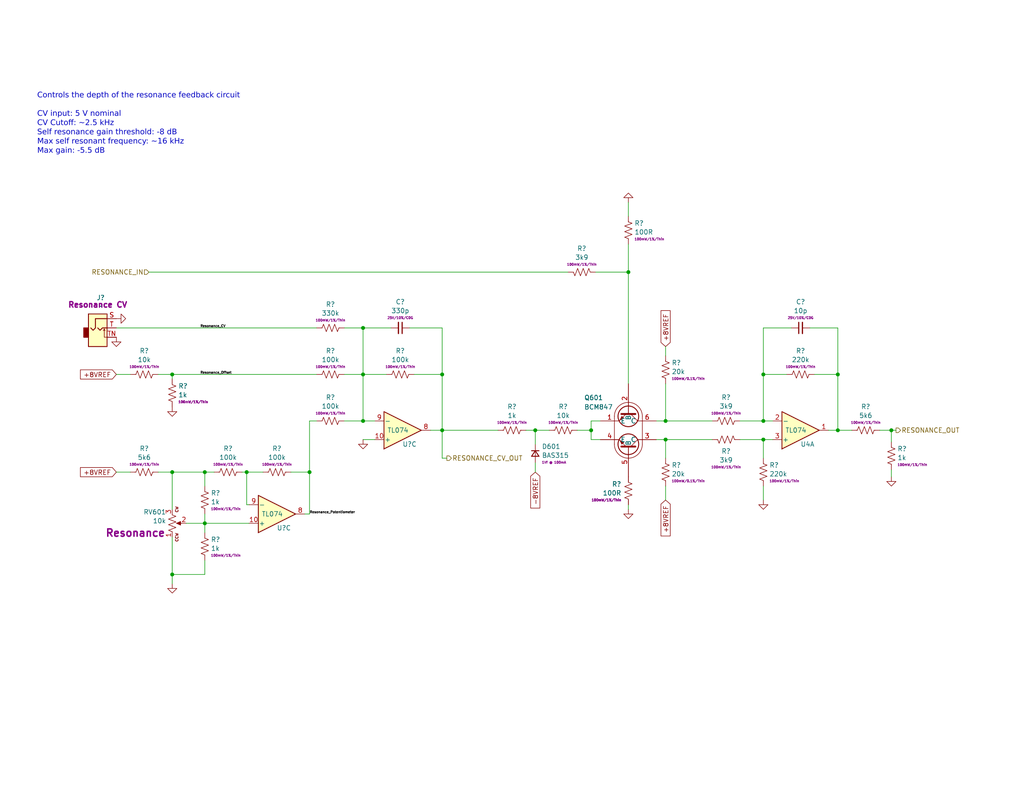
<source format=kicad_sch>
(kicad_sch (version 20250114) (generator "eeschema") (generator_version "9.0")
  (paper "USLetter")
  (title_block (title "Neptune") (date "2023-11-09") (rev "v3") (company "Winterbloom") (comment 1 "Carson Walls") (comment 2 "CERN-OHL-P v2") (comment 3 "neptune.wntr.dev"))
  (lib_symbols
    (symbol "Device:C_Small" (pin_numbers (hide yes)) (pin_names (offset 0.254) (hide yes))
      (property "Reference" "C" (at 0.254 1.778 0))
      (property "Value" "C_Small" (at 0.254 -2.032 0))
      (symbol "C_Small_0_1"
        (polyline (pts (xy -1.524 0.508) (xy 1.524 0.508)) (stroke (width 0.3048)))
        (polyline (pts (xy -1.524 -0.508) (xy 1.524 -0.508)) (stroke (width 0.3302)))
      )
      (symbol "C_Small_1_1"
        (pin passive line (at 0 2.54 270) (length 2.032) (name "~") (number "1"))
        (pin passive line (at 0 -2.54 90) (length 2.032) (name "~") (number "2"))
      )
    )
    (symbol "Device:D_Small" (pin_numbers (hide yes)) (pin_names (offset 0.254) (hide yes))
      (property "Reference" "D" (at -1.27 2.032 0))
      (property "Value" "D_Small" (at -3.81 -2.032 0))
      (symbol "D_Small_0_1"
        (polyline (pts (xy -0.762 0) (xy 0.762 0)))
        (polyline (pts (xy -0.762 -1.016) (xy -0.762 1.016)) (stroke (width 0.254)))
        (polyline (pts (xy 0.762 -1.016) (xy -0.762 0) (xy 0.762 1.016) (xy 0.762 -1.016)) (stroke (width 0.254)))
      )
      (symbol "D_Small_1_1"
        (pin passive line (at -2.54 0 0) (length 1.778) (name "K") (number "1"))
        (pin passive line (at 2.54 0 180) (length 1.778) (name "A") (number "2"))
      )
    )
    (symbol "Device:R_US" (pin_numbers (hide yes)) (pin_names (offset 0))
      (property "Reference" "R" (at 2.54 0 90))
      (property "Value" "R_US" (at -2.54 0 90))
      (symbol "R_US_0_1"
        (polyline (pts (xy 0 2.286) (xy 0 2.54)))
        (polyline (pts (xy 0 2.286) (xy 1.016 1.905) (xy 0 1.524) (xy -1.016 1.143) (xy 0 0.762)))
        (polyline (pts (xy 0 0.762) (xy 1.016 0.381) (xy 0 0) (xy -1.016 -0.381) (xy 0 -0.762)))
        (polyline (pts (xy 0 -0.762) (xy 1.016 -1.143) (xy 0 -1.524) (xy -1.016 -1.905) (xy 0 -2.286)))
        (polyline (pts (xy 0 -2.286) (xy 0 -2.54)))
      )
      (symbol "R_US_1_1"
        (pin passive line (at 0 3.81 270) (length 1.27) (name "~") (number "1"))
        (pin passive line (at 0 -3.81 90) (length 1.27) (name "~") (number "2"))
      )
    )
    (symbol "power:GND" (power) (pin_names (offset 0))
      (property "Value" "GND" (at 0 -3.81 0))
      (symbol "GND_0_1"
        (polyline (pts (xy 0 0) (xy 0 -1.27) (xy 1.27 -1.27) (xy 0 -2.54) (xy -1.27 -1.27) (xy 0 -1.27)))
      )
      (symbol "GND_1_1"
        (pin power_in line (at 0 0 270) (length 0) (hide yes) (name "GND") (number "1"))
      )
    )
    (symbol "winterbloom:BCM847"
      (property "Reference" "Q?" (at 3.81 7.62 0))
      (property "Value" "BCM847" (at 3.81 5.715 0))
      (symbol "BCM847_0_1"
        (polyline (pts (xy -4.445 1.905) (xy -4.445 -1.905) (xy -4.445 -1.905)) (stroke (width 0.508)))
        (polyline (pts (xy -4.445 0.635) (xy -2.54 2.54)))
        (polyline (pts (xy -4.445 -0.635) (xy -2.54 -2.54) (xy -2.54 -2.54)))
        (circle (center -3.81 0) (radius 2.8194) (stroke (width 0.254)))
        (polyline (pts (xy -3.81 -1.778) (xy -3.302 -1.27) (xy -2.794 -2.286) (xy -3.81 -1.778) (xy -3.81 -1.778)) (fill (type outline)))
        (arc (start -3.81 -3.81) (mid -6.5036 -2.6936) (end -7.62 0))
        (arc (start -7.62 0) (mid -6.5033 2.6933) (end -3.81 3.81))
        (arc (start 3.81 3.81) (mid 6.5035 2.6935) (end 7.62 0))
        (arc (start 7.62 0) (mid 6.5038 -2.6938) (end 3.81 -3.81))
        (polyline (pts (xy 3.81 3.81) (xy -3.81 3.81)))
        (circle (center 3.81 0) (radius 2.8194) (stroke (width 0.254)))
        (polyline (pts (xy 3.81 -1.778) (xy 3.302 -1.27) (xy 2.794 -2.286) (xy 3.81 -1.778) (xy 3.81 -1.778)) (fill (type outline)))
        (polyline (pts (xy 3.81 -3.81) (xy -3.81 -3.81)))
        (polyline (pts (xy 4.445 1.905) (xy 4.445 -1.905) (xy 4.445 -1.905)) (stroke (width 0.508)))
        (polyline (pts (xy 4.445 0.635) (xy 2.54 2.54)))
        (polyline (pts (xy 4.445 -0.635) (xy 2.54 -2.54) (xy 2.54 -2.54)))
      )
      (symbol "BCM847_1_1"
        (pin input line (at -12.7 0 0) (length 8) (name "B") (number "2"))
        (pin passive line (at -2.54 7.62 270) (length 5) (name "C") (number "6"))
        (pin passive line (at -2.54 -7.62 90) (length 5) (name "E") (number "1"))
        (pin passive line (at 2.54 7.62 270) (length 5) (name "C") (number "3"))
        (pin passive line (at 2.54 -7.62 90) (length 5) (name "E") (number "4"))
        (pin input line (at 12.7 0 180) (length 8) (name "B") (number "5"))
      )
    )
    (symbol "winterbloom:Eurorack_Mono_Jack" (pin_names (hide yes))
      (property "Reference" "J" (at 3.302 -4.064 0))
      (property "Value" "Eurorack_Mono_Jack" (at 0 5.08 0))
      (symbol "Eurorack_Mono_Jack_0_1"
        (polyline (pts (xy -2.54 1.27) (xy -1.778 1.27) (xy -1.778 -1.016) (xy -1.524 -0.508)))
        (polyline (pts (xy -2.54 -3.81) (xy 0.635 -3.81) (xy 0.635 -1.27) (xy 1.27 -0.635) (xy 1.905 -1.27)) (stroke (width 0.254)))
        (rectangle (start -2.54 -5.08) (end 2.54 3.81) (stroke (width 0.254)) (fill (type background)))
        (polyline (pts (xy -1.778 -1.016) (xy -2.032 -0.508)))
        (polyline (pts (xy 0 -1.27) (xy -0.635 -0.635) (xy -1.27 -1.27) (xy -2.54 -1.27)) (stroke (width 0.254)))
        (rectangle (start 2.54 -1.27) (end 3.81 1.27) (stroke (width 0.254)) (fill (type outline)))
      )
      (symbol "Eurorack_Mono_Jack_1_1"
        (pin passive line (at -5.08 1.27 0) (length 2.54) (name "Tip_normalize") (number "TN"))
        (pin passive line (at -5.08 -1.27 0) (length 2.54) (name "Tip") (number "T"))
        (pin passive line (at -5.08 -3.81 0) (length 2.54) (name "Sleeve") (number "S"))
      )
    )
    (symbol "winterbloom:Eurorack_Pot" (pin_names (offset 1.016) (hide yes))
      (property "Reference" "RV" (at 0 4.445 0))
      (property "Value" "Eurorack_Pot" (at 0 2.54 0))
      (symbol "Eurorack_Pot_0_0"
        (text "CCW" (at -3.81 -1.27 0) (effects (font (size 0.762 0.762))))
        (text "CW" (at 3.81 -1.27 0) (effects (font (size 0.762 0.762))))
      )
      (symbol "Eurorack_Pot_0_1"
        (polyline (pts (xy -2.286 0) (xy -2.54 0)))
        (polyline (pts (xy -0.762 0) (xy -1.143 -1.016) (xy -1.524 0) (xy -1.905 1.016) (xy -2.286 0)))
        (polyline (pts (xy 0 -1.143) (xy 0.508 -2.286) (xy -0.508 -2.286) (xy 0 -1.143)) (fill (type outline)))
        (polyline (pts (xy 0 -2.54) (xy 0 -1.524)))
        (polyline (pts (xy 0.762 0) (xy 0.381 -1.016) (xy 0 0) (xy -0.381 1.016) (xy -0.762 0)))
        (polyline (pts (xy 2.286 0) (xy 1.905 -1.016) (xy 1.524 0) (xy 1.143 1.016) (xy 0.762 0)))
        (polyline (pts (xy 2.54 0) (xy 2.286 0)))
      )
      (symbol "Eurorack_Pot_1_1"
        (pin passive line (at -3.81 0 0) (length 1.27) (name "1") (number "1"))
        (pin passive line (at 0 -3.81 90) (length 1.27) (name "2") (number "2"))
        (pin passive line (at 3.81 0 180) (length 1.27) (name "3") (number "3"))
      )
    )
    (symbol "winterbloom:TL074" (pin_names (offset 0.127))
      (property "Reference" "U" (at 0 3.81 0))
      (property "Value" "TL074" (at 0 -3.81 0))
      (symbol "TL074_1_1"
        (polyline (pts (xy -5.08 5.08) (xy 5.08 0) (xy -5.08 -5.08) (xy -5.08 5.08)) (stroke (width 0.254)) (fill (type background)))
        (pin input line (at -7.62 2.54 0) (length 2.54) (name "+") (number "3"))
        (pin input line (at -7.62 -2.54 0) (length 2.54) (name "-") (number "2"))
        (pin output line (at 7.62 0 180) (length 2.54) (name "~") (number "1"))
      )
      (symbol "TL074_2_1"
        (polyline (pts (xy -5.08 5.08) (xy 5.08 0) (xy -5.08 -5.08) (xy -5.08 5.08)) (stroke (width 0.254)) (fill (type background)))
        (pin input line (at -7.62 2.54 0) (length 2.54) (name "+") (number "5"))
        (pin input line (at -7.62 -2.54 0) (length 2.54) (name "-") (number "6"))
        (pin output line (at 7.62 0 180) (length 2.54) (name "~") (number "7"))
      )
      (symbol "TL074_3_1"
        (polyline (pts (xy -5.08 5.08) (xy 5.08 0) (xy -5.08 -5.08) (xy -5.08 5.08)) (stroke (width 0.254)) (fill (type background)))
        (pin input line (at -7.62 2.54 0) (length 2.54) (name "+") (number "10"))
        (pin input line (at -7.62 -2.54 0) (length 2.54) (name "-") (number "9"))
        (pin output line (at 7.62 0 180) (length 2.54) (name "~") (number "8"))
      )
      (symbol "TL074_4_1"
        (polyline (pts (xy -5.08 5.08) (xy 5.08 0) (xy -5.08 -5.08) (xy -5.08 5.08)) (stroke (width 0.254)) (fill (type background)))
        (pin input line (at -7.62 2.54 0) (length 2.54) (name "+") (number "12"))
        (pin input line (at -7.62 -2.54 0) (length 2.54) (name "-") (number "13"))
        (pin output line (at 7.62 0 180) (length 2.54) (name "~") (number "14"))
      )
      (symbol "TL074_5_1"
        (polyline (pts (xy -5.08 5.08) (xy 5.08 0) (xy -5.08 -5.08) (xy -5.08 5.08)) (stroke (width 0.254)) (fill (type background)))
        (pin power_in line (at -2.54 7.62 270) (length 3.81) (name "V+") (number "4"))
        (pin power_in line (at -2.54 -7.62 90) (length 3.81) (name "V-") (number "11"))
      )
    )
  )
  (text "Controls the depth of the resonance feedback circuit \n\nCV input: 5 V nominal\nCV Cutoff: ~2.5 kHz\nSelf resonance gain threshold: -8 dB\nMax self resonant frequency: ~16 kHz\nMax gain: -5.5 dB\n\n\n" (at 10.16 47.625 0) (effects (font (size 1.5 1.5)) (justify left bottom)))
  (junction (at 46.99 156.845))
  (junction (at 181.61 114.935))
  (junction (at 99.06 114.935))
  (junction (at 55.88 128.905))
  (junction (at 161.29 117.475))
  (junction (at 181.61 120.015))
  (junction (at 171.45 74.295))
  (junction (at 208.28 120.015))
  (junction (at 208.28 114.935))
  (junction (at 228.6 117.475))
  (junction (at 99.06 102.235))
  (junction (at 55.88 142.875))
  (junction (at 84.455 128.905))
  (junction (at 120.65 117.475))
  (junction (at 120.65 102.235))
  (junction (at 208.28 102.235))
  (junction (at 243.205 117.475))
  (junction (at 46.99 102.235))
  (junction (at 99.06 89.535))
  (junction (at 46.99 128.905))
  (junction (at 146.05 117.475))
  (junction (at 228.6 102.235))
  (junction (at 67.31 128.905))
  (wire (pts (xy 66.04 128.905) (xy 67.31 128.905)))
  (wire (pts (xy 50.8 142.875) (xy 55.88 142.875)))
  (wire (pts (xy 146.05 117.475) (xy 149.86 117.475)))
  (wire (pts (xy 99.06 102.235) (xy 105.41 102.235)))
  (wire (pts (xy 55.88 140.335) (xy 55.88 142.875)))
  (wire (pts (xy 228.6 117.475) (xy 232.41 117.475)))
  (wire (pts (xy 120.65 125.095) (xy 120.65 117.475)))
  (wire (pts (xy 161.29 114.935) (xy 163.83 114.935)))
  (wire (pts (xy 208.28 102.235) (xy 214.63 102.235)))
  (wire (pts (xy 171.45 66.675) (xy 171.45 74.295)))
  (wire (pts (xy 93.98 114.935) (xy 99.06 114.935)))
  (wire (pts (xy 181.61 94.615) (xy 181.61 97.155)))
  (wire (pts (xy 93.98 102.235) (xy 99.06 102.235)))
  (wire (pts (xy 99.06 89.535) (xy 99.06 102.235)))
  (wire (pts (xy 55.88 156.845) (xy 46.99 156.845)))
  (wire (pts (xy 208.28 120.015) (xy 208.28 125.095)))
  (wire (pts (xy 79.375 128.905) (xy 84.455 128.905)))
  (wire (pts (xy 120.65 89.535) (xy 111.76 89.535)))
  (wire (pts (xy 208.28 132.715) (xy 208.28 136.525)))
  (wire (pts (xy 31.75 128.905) (xy 35.56 128.905)))
  (wire (pts (xy 161.29 117.475) (xy 161.29 120.015)))
  (wire (pts (xy 146.05 117.475) (xy 146.05 121.285)))
  (wire (pts (xy 226.06 117.475) (xy 228.6 117.475)))
  (wire (pts (xy 99.06 89.535) (xy 106.68 89.535)))
  (wire (pts (xy 46.99 156.845) (xy 46.99 159.385)))
  (wire (pts (xy 208.28 120.015) (xy 210.82 120.015)))
  (wire (pts (xy 67.31 137.795) (xy 67.945 137.795)))
  (wire (pts (xy 181.61 120.015) (xy 181.61 125.095)))
  (wire (pts (xy 83.185 140.335) (xy 84.455 140.335)))
  (wire (pts (xy 228.6 102.235) (xy 228.6 89.535)))
  (wire (pts (xy 181.61 120.015) (xy 194.31 120.015)))
  (wire (pts (xy 31.75 89.535) (xy 86.36 89.535)))
  (wire (pts (xy 171.45 139.065) (xy 171.45 137.795)))
  (wire (pts (xy 40.64 74.295) (xy 154.94 74.295)))
  (wire (pts (xy 179.07 114.935) (xy 181.61 114.935)))
  (wire (pts (xy 55.88 142.875) (xy 55.88 145.415)))
  (wire (pts (xy 99.06 114.935) (xy 102.235 114.935)))
  (wire (pts (xy 143.51 117.475) (xy 146.05 117.475)))
  (wire (pts (xy 157.48 117.475) (xy 161.29 117.475)))
  (wire (pts (xy 120.65 117.475) (xy 120.65 102.235)))
  (wire (pts (xy 201.93 114.935) (xy 208.28 114.935)))
  (wire (pts (xy 55.88 128.905) (xy 58.42 128.905)))
  (wire (pts (xy 179.07 120.015) (xy 181.61 120.015)))
  (wire (pts (xy 120.65 102.235) (xy 113.03 102.235)))
  (wire (pts (xy 181.61 132.715) (xy 181.61 136.525)))
  (wire (pts (xy 43.18 128.905) (xy 46.99 128.905)))
  (wire (pts (xy 220.98 89.535) (xy 228.6 89.535)))
  (wire (pts (xy 181.61 104.775) (xy 181.61 114.935)))
  (wire (pts (xy 67.31 128.905) (xy 71.755 128.905)))
  (wire (pts (xy 243.205 128.27) (xy 243.205 130.175)))
  (wire (pts (xy 243.205 120.65) (xy 243.205 117.475)))
  (wire (pts (xy 31.75 102.235) (xy 35.56 102.235)))
  (wire (pts (xy 55.88 132.715) (xy 55.88 128.905)))
  (wire (pts (xy 243.205 117.475) (xy 244.475 117.475)))
  (wire (pts (xy 161.29 114.935) (xy 161.29 117.475)))
  (wire (pts (xy 93.98 89.535) (xy 99.06 89.535)))
  (wire (pts (xy 201.93 120.015) (xy 208.28 120.015)))
  (wire (pts (xy 208.28 114.935) (xy 210.82 114.935)))
  (wire (pts (xy 117.475 117.475) (xy 120.65 117.475)))
  (wire (pts (xy 84.455 128.905) (xy 84.455 140.335)))
  (wire (pts (xy 120.65 117.475) (xy 135.89 117.475)))
  (wire (pts (xy 84.455 114.935) (xy 86.36 114.935)))
  (wire (pts (xy 46.99 128.905) (xy 46.99 139.065)))
  (wire (pts (xy 46.99 102.235) (xy 86.36 102.235)))
  (wire (pts (xy 161.29 120.015) (xy 163.83 120.015)))
  (wire (pts (xy 43.18 102.235) (xy 46.99 102.235)))
  (wire (pts (xy 171.45 74.295) (xy 171.45 104.775)))
  (wire (pts (xy 46.99 102.235) (xy 46.99 103.505)))
  (wire (pts (xy 171.45 55.245) (xy 171.45 59.055)))
  (wire (pts (xy 240.03 117.475) (xy 243.205 117.475)))
  (wire (pts (xy 55.88 153.035) (xy 55.88 156.845)))
  (wire (pts (xy 162.56 74.295) (xy 171.45 74.295)))
  (wire (pts (xy 99.06 102.235) (xy 99.06 114.935)))
  (wire (pts (xy 55.88 128.905) (xy 46.99 128.905)))
  (wire (pts (xy 222.25 102.235) (xy 228.6 102.235)))
  (wire (pts (xy 120.65 102.235) (xy 120.65 89.535)))
  (wire (pts (xy 121.92 125.095) (xy 120.65 125.095)))
  (wire (pts (xy 215.9 89.535) (xy 208.28 89.535)))
  (wire (pts (xy 67.31 137.795) (xy 67.31 128.905)))
  (wire (pts (xy 181.61 114.935) (xy 194.31 114.935)))
  (wire (pts (xy 55.88 142.875) (xy 67.945 142.875)))
  (wire (pts (xy 84.455 128.905) (xy 84.455 114.935)))
  (wire (pts (xy 146.05 126.365) (xy 146.05 128.905)))
  (wire (pts (xy 99.06 120.015) (xy 102.235 120.015)))
  (wire (pts (xy 46.99 146.685) (xy 46.99 156.845)))
  (wire (pts (xy 228.6 102.235) (xy 228.6 117.475)))
  (wire (pts (xy 208.28 89.535) (xy 208.28 102.235)))
  (wire (pts (xy 208.28 102.235) (xy 208.28 114.935)))
  (label "Resonance_Offset" (at 54.61 102.235 0) (effects (font (size 0.64 0.64))))
  (label "Resonance_CV" (at 54.61 89.535 0) (effects (font (size 0.64 0.64))))
  (label "Resonance_Potentiometer" (at 84.455 140.335 0) (effects (font (size 0.64 0.64))))
  (global_label "+8VREF" (shape input) (at 31.75 128.905 180) (property "Intersheetrefs" "${INTERSHEET_REFS}" (effects (hide yes))))
  (global_label "+8VREF" (shape input) (at 181.61 136.525 270) (property "Intersheetrefs" "${INTERSHEET_REFS}" (effects (hide yes))))
  (global_label "+8VREF" (shape input) (at 31.75 102.235 180) (property "Intersheetrefs" "${INTERSHEET_REFS}" (effects (hide yes))))
  (global_label "-8VREF" (shape input) (at 146.05 128.905 270) (property "Intersheetrefs" "${INTERSHEET_REFS}" (effects (hide yes))))
  (global_label "+8VREF" (shape input) (at 181.61 94.615 90) (property "Intersheetrefs" "${INTERSHEET_REFS}" (effects (hide yes))))
  (hierarchical_label "RESONANCE_IN" (shape input) (at 40.64 74.295 180))
  (hierarchical_label "RESONANCE_CV_OUT" (shape output) (at 121.92 125.095 0))
  (hierarchical_label "RESONANCE_OUT" (shape output) (at 244.475 117.475 0))
  (symbol (lib_id "Device:R_US") (at 153.67 117.475 270) (unit 1)
    (property "Reference" "R613" (at 153.67 111.0311 90))
    (property "Value" "10k" (at 153.67 113.4553 90))
    (property "Footprint" "winterbloom:R_0603_HandSolder" (effects (hide yes)))
    (property "Rating" "100mW/1%/Thin" (at 153.67 115.3727 90) (effects (font (size 0.64 0.64))))
    (property "DigiKey" "YAG2321CT-ND" (effects (hide yes)))
    (property "LCSC" "C469659" (effects (hide yes)))
    (property "Substitutes Allowed" "Yes" (effects (hide yes)))
    (property "MPN" "RT0603FRE0710KL" (effects (hide yes)))
    (instances (project "board" (path "" (reference "R?") (unit 1))) (project "mainboard" (path "" (reference "R613") (unit 1))))
  )
  (symbol (lib_id "Device:R_US") (at 218.44 102.235 270) (unit 1)
    (property "Reference" "R622" (at 218.44 95.7911 90))
    (property "Value" "220k" (at 218.44 98.2153 90))
    (property "Footprint" "winterbloom:R_0603_HandSolder" (effects (hide yes)))
    (property "Rating" "100mW/1%/Thin" (at 218.44 100.1327 90) (effects (font (size 0.64 0.64))))
    (property "DigiKey" "YAG5946CT-ND" (effects (hide yes)))
    (property "LCSC" "C706140" (effects (hide yes)))
    (property "Substitutes Allowed" "Yes" (effects (hide yes)))
    (property "MPN" "RT0603FRE07220KL" (effects (hide yes)))
    (instances (project "board" (path "" (reference "R?") (unit 1))) (project "mainboard" (path "" (reference "R622") (unit 1))) (project "VCA" (path "" (reference "R?") (unit 1)) (path "" (reference "R?") (unit 1))))
  )
  (symbol (lib_id "Device:R_US") (at 75.565 128.905 270) (unit 1)
    (property "Reference" "R607" (at 75.565 122.4611 90))
    (property "Value" "100k" (at 75.565 124.8853 90))
    (property "Footprint" "winterbloom:R_0603_HandSolder" (effects (hide yes)))
    (property "Rating" "100mW/1%/Thin" (at 75.565 126.8027 90) (effects (font (size 0.64 0.64))))
    (property "DigiKey" "13-RT0603FRE13100KLTR-ND" (effects (hide yes)))
    (property "LCSC" "C4107493" (effects (hide yes)))
    (property "Substitutes Allowed" "Yes" (effects (hide yes)))
    (property "MPN" "RT0603FRE13100KL" (effects (hide yes)))
    (instances (project "board" (path "" (reference "R?") (unit 1))) (project "mainboard" (path "" (reference "R607") (unit 1))))
  )
  (symbol (lib_id "Device:R_US") (at 139.7 117.475 270) (unit 1)
    (property "Reference" "R612" (at 139.7 111.0311 90))
    (property "Value" "1k" (at 139.7 113.4553 90))
    (property "Footprint" "winterbloom:R_0603_HandSolder" (effects (hide yes)))
    (property "Rating" "100mW/1%/Thin" (at 139.7 115.3727 90) (effects (font (size 0.64 0.64))))
    (property "DigiKey" "YAG2323TR-ND" (effects (hide yes)))
    (property "LCSC" "C375503" (effects (hide yes)))
    (property "Substitutes Allowed" "Yes" (effects (hide yes)))
    (property "MPN" "RT0603FRE071KL" (effects (hide yes)))
    (instances (project "board" (path "" (reference "R?") (unit 1))) (project "mainboard" (path "" (reference "R612") (unit 1))))
  )
  (symbol (lib_id "power:GND") (at 171.45 139.065 0) (unit 1)
    (property "Reference" "#PWR0607" (effects (hide yes)))
    (property "Value" "GND" (effects (hide yes)))
    (instances (project "board" (path "" (reference "#PWR?") (unit 1))) (project "mainboard" (path "" (reference "#PWR0607") (unit 1))))
  )
  (symbol (lib_id "power:GND") (at 171.45 55.245 180) (unit 1)
    (property "Reference" "#PWR0606" (effects (hide yes)))
    (property "Value" "GND" (effects (hide yes)))
    (instances (project "board" (path "" (reference "#PWR?") (unit 1))) (project "mainboard" (path "" (reference "#PWR0606") (unit 1))))
  )
  (symbol (lib_id "winterbloom:Eurorack_Mono_Jack") (at 26.67 90.805 180) (unit 1)
    (property "Reference" "J601" (at 27.4828 81.28 0))
    (property "Value" "~" (at 27.4828 83.5914 0))
    (property "Footprint" "winterbloom:AudioJack_WQP518MA_Compact_S_LongPads" (effects (hide yes)))
    (property "Datasheet" "http://www.qingpu-electronics.com/en/products/WQP-PJ398SM-362.html" (effects (hide yes)))
    (property "MPN" "WQP-WQP518MA" (effects (hide yes)))
    (property "Name" "Resonance CV" (at 26.67 83.185 0) (effects (font (size 1.5 1.5) (bold yes))))
    (instances (project "board" (path "" (reference "J?") (unit 1))) (project "mainboard" (path "" (reference "J601") (unit 1))))
  )
  (symbol (lib_id "Device:R_US") (at 181.61 100.965 180) (unit 1)
    (property "Reference" "R617" (at 183.261 99.0476 0) (effects (justify right)))
    (property "Value" "20k" (at 183.261 101.4718 0) (effects (justify right)))
    (property "Footprint" "winterbloom:R_0603_HandSolder" (effects (hide yes)))
    (property "Rating" "100mW/0.1%/Thin" (at 183.261 103.3892 0) (effects (font (size 0.64 0.64)) (justify right)))
    (property "DigiKey" "YAG1582CT-ND" (effects (hide yes)))
    (property "LCSC" "C723637" (effects (hide yes)))
    (property "Substitutes Allowed" "Ask" (effects (hide yes)))
    (property "MPN" "RT0603BRD0720KL" (effects (hide yes)))
    (instances (project "board" (path "" (reference "R?") (unit 1))) (project "mainboard" (path "" (reference "R617") (unit 1))))
  )
  (symbol (lib_id "Device:R_US") (at 171.45 62.865 180) (unit 1)
    (property "Reference" "R615" (at 173.101 60.9476 0) (effects (justify right)))
    (property "Value" "100R" (at 173.101 63.3718 0) (effects (justify right)))
    (property "Footprint" "winterbloom:R_0603_HandSolder" (effects (hide yes)))
    (property "Rating" "100mW/1%/Thin" (at 173.101 65.2892 0) (effects (font (size 0.64 0.64)) (justify right)))
    (property "DigiKey" "YAG1497CT-ND" (effects (hide yes)))
    (property "LCSC" "C122970" (effects (hide yes)))
    (property "Substitutes Allowed" "Ask" (effects (hide yes)))
    (property "MPN" "RT0603BRD07100RL" (effects (hide yes)))
    (instances (project "board" (path "" (reference "R?") (unit 1))) (project "mainboard" (path "" (reference "R615") (unit 1))))
  )
  (symbol (lib_id "Device:R_US") (at 55.88 136.525 0) (unit 1)
    (property "Reference" "R604" (at 57.531 134.6076 0) (effects (justify left)))
    (property "Value" "1k" (at 57.531 137.0318 0) (effects (justify left)))
    (property "Footprint" "winterbloom:R_0603_HandSolder" (effects (hide yes)))
    (property "Rating" "100mW/1%/Thin" (at 57.531 138.9492 0) (effects (font (size 0.64 0.64)) (justify left)))
    (property "DigiKey" "YAG2323TR-ND" (effects (hide yes)))
    (property "LCSC" "C375503" (effects (hide yes)))
    (property "Substitutes Allowed" "Yes" (effects (hide yes)))
    (property "MPN" "RT0603FRE071KL" (effects (hide yes)))
    (instances (project "board" (path "" (reference "R?") (unit 1))) (project "mainboard" (path "" (reference "R604") (unit 1))))
  )
  (symbol (lib_id "Device:R_US") (at 62.23 128.905 270) (unit 1)
    (property "Reference" "R606" (at 62.23 122.4611 90))
    (property "Value" "100k" (at 62.23 124.8853 90))
    (property "Footprint" "winterbloom:R_0603_HandSolder" (effects (hide yes)))
    (property "Rating" "100mW/1%/Thin" (at 62.23 126.8027 90) (effects (font (size 0.64 0.64))))
    (property "DigiKey" "13-RT0603FRE13100KLTR-ND" (effects (hide yes)))
    (property "LCSC" "C4107493" (effects (hide yes)))
    (property "Substitutes Allowed" "Yes" (effects (hide yes)))
    (property "MPN" "RT0603FRE13100KL" (effects (hide yes)))
    (instances (project "board" (path "" (reference "R?") (unit 1))) (project "mainboard" (path "" (reference "R606") (unit 1))))
  )
  (symbol (lib_id "power:GND") (at 31.75 86.995 90) (unit 1)
    (property "Reference" "#PWR0601" (effects (hide yes)))
    (property "Value" "GND" (effects (hide yes)))
    (instances (project "board" (path "" (reference "#PWR?") (unit 1))) (project "mainboard" (path "" (reference "#PWR0601") (unit 1))))
  )
  (symbol (lib_id "Device:R_US") (at 243.205 124.46 0) (unit 1)
    (property "Reference" "R624" (at 244.856 122.5426 0) (effects (justify left)))
    (property "Value" "1k" (at 244.856 124.9668 0) (effects (justify left)))
    (property "Footprint" "winterbloom:R_0603_HandSolder" (effects (hide yes)))
    (property "Rating" "100mW/1%/Thin" (at 244.856 126.8842 0) (effects (font (size 0.64 0.64)) (justify left)))
    (property "DigiKey" "YAG2323TR-ND" (effects (hide yes)))
    (property "LCSC" "C375503" (effects (hide yes)))
    (property "Substitutes Allowed" "Yes" (effects (hide yes)))
    (property "MPN" "RT0603FRE071KL" (effects (hide yes)))
    (instances (project "board" (path "" (reference "R?") (unit 1))) (project "mainboard" (path "" (reference "R624") (unit 1))))
  )
  (symbol (lib_id "Device:R_US") (at 90.17 102.235 270) (unit 1)
    (property "Reference" "R609" (at 90.17 95.7911 90))
    (property "Value" "100k" (at 90.17 98.2153 90))
    (property "Footprint" "winterbloom:R_0603_HandSolder" (effects (hide yes)))
    (property "Rating" "100mW/1%/Thin" (at 90.17 100.1327 90) (effects (font (size 0.64 0.64))))
    (property "DigiKey" "13-RT0603FRE13100KLTR-ND" (effects (hide yes)))
    (property "LCSC" "C4107493" (effects (hide yes)))
    (property "Substitutes Allowed" "Yes" (effects (hide yes)))
    (property "MPN" "RT0603FRE13100KL" (effects (hide yes)))
    (instances (project "board" (path "" (reference "R?") (unit 1))) (project "mainboard" (path "" (reference "R609") (unit 1))))
  )
  (symbol (lib_id "power:GND") (at 243.205 130.175 0) (unit 1)
    (property "Reference" "#PWR06" (effects (hide yes)))
    (property "Value" "GND" (effects (hide yes)))
    (instances (project "board" (path "" (reference "#PWR?") (unit 1))) (project "mainboard" (path "" (reference "#PWR06") (unit 1))))
  )
  (symbol (lib_id "Device:R_US") (at 208.28 128.905 0) (unit 1)
    (property "Reference" "R621" (at 209.931 126.9876 0) (effects (justify left)))
    (property "Value" "220k" (at 209.931 129.4118 0) (effects (justify left)))
    (property "Footprint" "winterbloom:R_0603_HandSolder" (effects (hide yes)))
    (property "Rating" "100mW/1%/Thin" (at 209.931 131.3292 0) (effects (font (size 0.64 0.64)) (justify left)))
    (property "DigiKey" "YAG5946CT-ND" (effects (hide yes)))
    (property "LCSC" "C706140" (effects (hide yes)))
    (property "Substitutes Allowed" "Yes" (effects (hide yes)))
    (property "MPN" "RT0603FRE07220KL" (effects (hide yes)))
    (instances (project "board" (path "" (reference "R?") (unit 1))) (project "mainboard" (path "" (reference "R621") (unit 1))) (project "VCA" (path "" (reference "R?") (unit 1)) (path "" (reference "R?") (unit 1))))
  )
  (symbol (lib_id "Device:R_US") (at 198.12 114.935 270) (unit 1)
    (property "Reference" "R619" (at 198.12 108.4911 90))
    (property "Value" "3k9" (at 198.12 110.9153 90))
    (property "Footprint" "winterbloom:R_0603_HandSolder" (effects (hide yes)))
    (property "Rating" "100mW/1%/Thin" (at 198.12 112.8327 90) (effects (font (size 0.64 0.64))))
    (property "DigiKey" "YAG5961CT-ND" (effects (hide yes)))
    (property "LCSC" "C863790" (effects (hide yes)))
    (property "Substitutes Allowed" "Yes" (effects (hide yes)))
    (property "MPN" "RT0603FRE073K9L" (effects (hide yes)))
    (instances (project "board" (path "" (reference "R?") (unit 1))) (project "mainboard" (path "" (reference "R619") (unit 1))))
  )
  (symbol (lib_id "Device:R_US") (at 55.88 149.225 0) (unit 1)
    (property "Reference" "R605" (at 57.531 147.3076 0) (effects (justify left)))
    (property "Value" "1k" (at 57.531 149.7318 0) (effects (justify left)))
    (property "Footprint" "winterbloom:R_0603_HandSolder" (effects (hide yes)))
    (property "Rating" "100mW/1%/Thin" (at 57.531 151.6492 0) (effects (font (size 0.64 0.64)) (justify left)))
    (property "DigiKey" "YAG2323TR-ND" (effects (hide yes)))
    (property "LCSC" "C375503" (effects (hide yes)))
    (property "Substitutes Allowed" "Yes" (effects (hide yes)))
    (property "MPN" "RT0603FRE071KL" (effects (hide yes)))
    (instances (project "board" (path "" (reference "R?") (unit 1))) (project "mainboard" (path "" (reference "R605") (unit 1))))
  )
  (symbol (lib_id "winterbloom:TL074") (at 75.565 140.335 0) (mirror x) (unit 3)
    (property "Reference" "U4" (at 77.47 144.145 0))
    (property "Value" "TL074" (at 74.295 140.335 0))
    (property "Footprint" "Package_SO:TSSOP-14_4.4x5mm_P0.65mm" (effects (hide yes)))
    (property "Datasheet" "https://www.ti.com/lit/ds/symlink/tl071.pdf" (effects (hide yes)))
    (property "MPN" "TL074HIPWR" (effects (hide yes)))
    (property "DigiKey" "296-TL074HIPWRCT-ND" (effects (hide yes)))
    (property "LCSC" "C4370424" (effects (hide yes)))
    (property "Substitutes Allowed" "No" (effects (hide yes)))
    (property "Notes" "TL074H over TL074C due to better input offset voltage" (effects (hide yes)))
    (instances (project "VCA_0.3" (path "" (reference "U?") (unit 3))) (project "mainboard" (path "" (reference "U4") (unit 3))) (project "VCA" (path "" (reference "U?") (unit 3)) (path "" (reference "U?") (unit 3))))
  )
  (symbol (lib_id "Device:R_US") (at 158.75 74.295 270) (mirror x) (unit 1)
    (property "Reference" "R614" (at 158.75 67.8511 90))
    (property "Value" "3k9" (at 158.75 70.2753 90))
    (property "Footprint" "winterbloom:R_0603_HandSolder" (effects (hide yes)))
    (property "Rating" "100mW/1%/Thin" (at 158.75 72.1927 90) (effects (font (size 0.64 0.64))))
    (property "DigiKey" "YAG5961CT-ND" (effects (hide yes)))
    (property "LCSC" "C863790" (effects (hide yes)))
    (property "Substitutes Allowed" "Yes" (effects (hide yes)))
    (property "MPN" "RT0603FRE073K9L" (effects (hide yes)))
    (instances (project "board" (path "" (reference "R?") (unit 1))) (project "mainboard" (path "" (reference "R614") (unit 1))))
  )
  (symbol (lib_id "Device:R_US") (at 236.22 117.475 90) (unit 1)
    (property "Reference" "R623" (at 236.22 111.0311 90))
    (property "Value" "5k6" (at 236.22 113.4553 90))
    (property "Footprint" "winterbloom:R_0603_HandSolder" (effects (hide yes)))
    (property "Rating" "100mW/1%/Thin" (at 236.22 115.3727 90) (effects (font (size 0.64 0.64))))
    (property "DigiKey" "13-RT0603FRE075K6LCT-ND" (effects (hide yes)))
    (property "LCSC" "C706186" (effects (hide yes)))
    (property "Substitutes Allowed" "Yes" (effects (hide yes)))
    (property "MPN" "RT0603FRE075K6L" (effects (hide yes)))
    (instances (project "board" (path "" (reference "R?") (unit 1))) (project "mainboard" (path "" (reference "R623") (unit 1))))
  )
  (symbol (lib_id "winterbloom:TL074") (at 109.855 117.475 0) (mirror x) (unit 2)
    (property "Reference" "U4" (at 111.76 121.285 0))
    (property "Value" "TL074" (at 108.585 117.475 0))
    (property "Footprint" "Package_SO:TSSOP-14_4.4x5mm_P0.65mm" (effects (hide yes)))
    (property "Datasheet" "https://www.ti.com/lit/ds/symlink/tl071.pdf" (effects (hide yes)))
    (property "MPN" "TL074HIPWR" (effects (hide yes)))
    (property "DigiKey" "296-TL074HIPWRCT-ND" (effects (hide yes)))
    (property "LCSC" "C4370424" (effects (hide yes)))
    (property "Substitutes Allowed" "No" (effects (hide yes)))
    (property "Notes" "TL074H over TL074C due to better input offset voltage" (effects (hide yes)))
    (instances (project "VCA_0.3" (path "" (reference "U?") (unit 3))) (project "mainboard" (path "" (reference "U4") (unit 2))) (project "VCA" (path "" (reference "U?") (unit 3)) (path "" (reference "U?") (unit 3))))
  )
  (symbol (lib_id "power:GND") (at 99.06 120.015 0) (unit 1)
    (property "Reference" "#PWR0605" (effects (hide yes)))
    (property "Value" "GND" (effects (hide yes)))
    (instances (project "board" (path "" (reference "#PWR?") (unit 1))) (project "mainboard" (path "" (reference "#PWR0605") (unit 1))))
  )
  (symbol (lib_id "Device:R_US") (at 198.12 120.015 270) (mirror x) (unit 1)
    (property "Reference" "R620" (at 198.12 123.19 90))
    (property "Value" "3k9" (at 198.12 125.6142 90))
    (property "Footprint" "winterbloom:R_0603_HandSolder" (effects (hide yes)))
    (property "Rating" "100mW/1%/Thin" (at 198.12 127.5316 90) (effects (font (size 0.64 0.64))))
    (property "DigiKey" "YAG5961CT-ND" (effects (hide yes)))
    (property "LCSC" "C863790" (effects (hide yes)))
    (property "Substitutes Allowed" "Yes" (effects (hide yes)))
    (property "MPN" "RT0603FRE073K9L" (effects (hide yes)))
    (instances (project "board" (path "" (reference "R?") (unit 1))) (project "mainboard" (path "" (reference "R620") (unit 1))))
  )
  (symbol (lib_id "Device:R_US") (at 109.22 102.235 270) (unit 1)
    (property "Reference" "R611" (at 109.22 95.7911 90))
    (property "Value" "100k" (at 109.22 98.2153 90))
    (property "Footprint" "winterbloom:R_0603_HandSolder" (effects (hide yes)))
    (property "Rating" "100mW/1%/Thin" (at 109.22 100.1327 90) (effects (font (size 0.64 0.64))))
    (property "DigiKey" "13-RT0603FRE13100KLTR-ND" (effects (hide yes)))
    (property "LCSC" "C4107493" (effects (hide yes)))
    (property "Substitutes Allowed" "Yes" (effects (hide yes)))
    (property "MPN" "RT0603FRE13100KL" (effects (hide yes)))
    (instances (project "board" (path "" (reference "R?") (unit 1))) (project "mainboard" (path "" (reference "R611") (unit 1))))
  )
  (symbol (lib_id "winterbloom:Eurorack_Pot") (at 46.99 142.875 90) (unit 1)
    (property "Reference" "RV601" (at 45.3391 139.7908 90) (effects (justify left)))
    (property "Value" "10k" (at 45.3391 142.215 90) (effects (justify left)))
    (property "Footprint" "winterbloom:Potentiometer_Alpha_R0904N_LongPads" (effects (hide yes)))
    (property "Datasheet" "https://www.thonk.co.uk/wp-content/uploads/Documents/alpha/9mm/Alpha%209mm%20Vertical%20-%20Linear%20Taper%20B1K-B500K.pdf" (effects (hide yes)))
    (property "MPN" "https://www.thonk.co.uk/shop/alpha-9mm-pots/" (effects (hide yes)))
    (property "Notes" "6.35 mm round shaft, 15 mm height" (effects (hide yes)))
    (property "Rating" "B10k" (effects (hide yes)))
    (property "Name" "Resonance" (at 45.3391 145.4896 90) (effects (font (size 2 2) (bold yes)) (justify left)))
  )
  (symbol (lib_id "Device:R_US") (at 171.45 133.985 180) (unit 1)
    (property "Reference" "R616" (at 169.545 132.1834 0) (effects (justify left)))
    (property "Value" "100R" (at 169.545 134.6076 0) (effects (justify left)))
    (property "Footprint" "winterbloom:R_0603_HandSolder" (effects (hide yes)))
    (property "Rating" "100mW/1%/Thin" (at 169.545 136.525 0) (effects (font (size 0.64 0.64)) (justify left)))
    (property "DigiKey" "YAG1497CT-ND" (effects (hide yes)))
    (property "LCSC" "C122970" (effects (hide yes)))
    (property "Substitutes Allowed" "Ask" (effects (hide yes)))
    (property "MPN" "RT0603BRD07100RL" (effects (hide yes)))
    (instances (project "board" (path "" (reference "R?") (unit 1))) (project "mainboard" (path "" (reference "R616") (unit 1))))
  )
  (symbol (lib_id "Device:R_US") (at 46.99 107.315 180) (unit 1)
    (property "Reference" "R603" (at 48.641 105.3976 0) (effects (justify right)))
    (property "Value" "1k" (at 48.641 107.8218 0) (effects (justify right)))
    (property "Footprint" "winterbloom:R_0603_HandSolder" (effects (hide yes)))
    (property "Rating" "100mW/1%/Thin" (at 48.641 109.7392 0) (effects (font (size 0.64 0.64)) (justify right)))
    (property "DigiKey" "YAG2323TR-ND" (effects (hide yes)))
    (property "LCSC" "C375503" (effects (hide yes)))
    (property "Substitutes Allowed" "Yes" (effects (hide yes)))
    (property "MPN" "RT0603FRE071KL" (effects (hide yes)))
    (instances (project "board" (path "" (reference "R?") (unit 1))) (project "mainboard" (path "" (reference "R603") (unit 1))))
  )
  (symbol (lib_id "Device:R_US") (at 90.17 89.535 270) (unit 1)
    (property "Reference" "R608" (at 90.17 83.0911 90))
    (property "Value" "330k" (at 90.17 85.5153 90))
    (property "Footprint" "winterbloom:R_0603_HandSolder" (effects (hide yes)))
    (property "Rating" "100mW/1%/Thin" (at 90.17 87.4327 90) (effects (font (size 0.64 0.64))))
    (property "DigiKey" "13-RT0603FRE07330KLCT-ND" (effects (hide yes)))
    (property "LCSC" "C863745" (effects (hide yes)))
    (property "Substitutes Allowed" "Yes" (effects (hide yes)))
    (property "MPN" "RT0603FRE07330KL" (effects (hide yes)))
    (instances (project "board" (path "" (reference "R?") (unit 1))) (project "mainboard" (path "" (reference "R608") (unit 1))))
  )
  (symbol (lib_id "power:GND") (at 46.99 159.385 0) (unit 1)
    (property "Reference" "#PWR0604" (effects (hide yes)))
    (property "Value" "GND" (effects (hide yes)))
    (instances (project "board" (path "" (reference "#PWR?") (unit 1))) (project "mainboard" (path "" (reference "#PWR0604") (unit 1))))
  )
  (symbol (lib_id "Device:C_Small") (at 218.44 89.535 90) (unit 1)
    (property "Reference" "C602" (at 218.4463 82.418 90))
    (property "Value" "10p" (at 218.4463 84.8422 90))
    (property "Footprint" "winterbloom:C_0603_HandSolder" (effects (hide yes)))
    (property "Rating" "25V/10%/C0G" (at 218.4463 86.7596 90) (effects (font (size 0.64 0.64))))
    (property "DigiKey" "1276-1027-1-ND" (effects (hide yes)))
    (property "LCSC" "C1634" (effects (hide yes)))
    (property "MPN" "CL10C100JB8NNNC" (effects (hide yes)))
    (property "Substitutes Allowed" "Yes" (effects (hide yes)))
    (instances (project "board" (path "" (reference "C?") (unit 1))) (project "mainboard" (path "" (reference "C602") (unit 1))) (project "VCA" (path "" (reference "C?") (unit 1)) (path "" (reference "C?") (unit 1))))
  )
  (symbol (lib_id "power:GND") (at 208.28 136.525 0) (unit 1)
    (property "Reference" "#PWR0608" (effects (hide yes)))
    (property "Value" "GND" (effects (hide yes)))
    (instances (project "board" (path "" (reference "#PWR?") (unit 1))) (project "mainboard" (path "" (reference "#PWR0608") (unit 1))))
  )
  (symbol (lib_id "winterbloom:TL074") (at 218.44 117.475 0) (mirror x) (unit 1)
    (property "Reference" "U4" (at 220.345 121.285 0))
    (property "Value" "TL074" (at 217.17 117.475 0))
    (property "Footprint" "Package_SO:TSSOP-14_4.4x5mm_P0.65mm" (effects (hide yes)))
    (property "Datasheet" "https://www.ti.com/lit/ds/symlink/tl071.pdf" (effects (hide yes)))
    (property "MPN" "TL074HIPWR" (effects (hide yes)))
    (property "DigiKey" "296-TL074HIPWRCT-ND" (effects (hide yes)))
    (property "LCSC" "C4370424" (effects (hide yes)))
    (property "Substitutes Allowed" "No" (effects (hide yes)))
    (property "Notes" "TL074H over TL074C due to better input offset voltage" (effects (hide yes)))
  )
  (symbol (lib_id "Device:R_US") (at 90.17 114.935 270) (unit 1)
    (property "Reference" "R610" (at 90.17 108.4911 90))
    (property "Value" "100k" (at 90.17 110.9153 90))
    (property "Footprint" "winterbloom:R_0603_HandSolder" (effects (hide yes)))
    (property "Rating" "100mW/1%/Thin" (at 90.17 112.8327 90) (effects (font (size 0.64 0.64))))
    (property "DigiKey" "13-RT0603FRE13100KLTR-ND" (effects (hide yes)))
    (property "LCSC" "C4107493" (effects (hide yes)))
    (property "Substitutes Allowed" "Yes" (effects (hide yes)))
    (property "MPN" "RT0603FRE13100KL" (effects (hide yes)))
    (instances (project "board" (path "" (reference "R?") (unit 1))) (project "mainboard" (path "" (reference "R610") (unit 1))))
  )
  (symbol (lib_id "Device:R_US") (at 39.37 102.235 90) (unit 1)
    (property "Reference" "R601" (at 39.37 95.7911 90))
    (property "Value" "10k" (at 39.37 98.2153 90))
    (property "Footprint" "winterbloom:R_0603_HandSolder" (effects (hide yes)))
    (property "Rating" "100mW/1%/Thin" (at 39.37 100.1327 90) (effects (font (size 0.64 0.64))))
    (property "DigiKey" "YAG2321CT-ND" (effects (hide yes)))
    (property "LCSC" "C469659" (effects (hide yes)))
    (property "Substitutes Allowed" "Yes" (effects (hide yes)))
    (property "MPN" "RT0603FRE0710KL" (effects (hide yes)))
    (instances (project "board" (path "" (reference "R?") (unit 1))) (project "mainboard" (path "" (reference "R601") (unit 1))))
  )
  (symbol (lib_id "Device:R_US") (at 181.61 128.905 180) (unit 1)
    (property "Reference" "R618" (at 183.261 126.9876 0) (effects (justify right)))
    (property "Value" "20k" (at 183.261 129.4118 0) (effects (justify right)))
    (property "Footprint" "winterbloom:R_0603_HandSolder" (effects (hide yes)))
    (property "Rating" "100mW/0.1%/Thin" (at 183.261 131.3292 0) (effects (font (size 0.64 0.64)) (justify right)))
    (property "DigiKey" "YAG1582CT-ND" (effects (hide yes)))
    (property "LCSC" "C723637" (effects (hide yes)))
    (property "Substitutes Allowed" "Ask" (effects (hide yes)))
    (property "MPN" "RT0603BRD0720KL" (effects (hide yes)))
    (instances (project "board" (path "" (reference "R?") (unit 1))) (project "mainboard" (path "" (reference "R618") (unit 1))))
  )
  (symbol (lib_id "power:GND") (at 31.75 92.075 0) (unit 1)
    (property "Reference" "#PWR0602" (effects (hide yes)))
    (property "Value" "GND" (effects (hide yes)))
    (instances (project "board" (path "" (reference "#PWR?") (unit 1))) (project "mainboard" (path "" (reference "#PWR0602") (unit 1))))
  )
  (symbol (lib_id "Device:R_US") (at 39.37 128.905 270) (unit 1)
    (property "Reference" "R602" (at 39.37 122.4611 90))
    (property "Value" "5k6" (at 39.37 124.8853 90))
    (property "Footprint" "winterbloom:R_0603_HandSolder" (effects (hide yes)))
    (property "Rating" "100mW/1%/Thin" (at 39.37 126.8027 90) (effects (font (size 0.64 0.64))))
    (property "DigiKey" "13-RT0603FRE075K6LCT-ND" (effects (hide yes)))
    (property "LCSC" "C706186" (effects (hide yes)))
    (property "Substitutes Allowed" "Yes" (effects (hide yes)))
    (property "MPN" "RT0603FRE075K6L" (effects (hide yes)))
    (instances (project "board" (path "" (reference "R?") (unit 1))) (project "mainboard" (path "" (reference "R602") (unit 1))))
  )
  (symbol (lib_id "Device:D_Small") (at 146.05 123.825 90) (mirror x) (unit 1)
    (property "Reference" "D601" (at 147.828 121.9076 90) (effects (justify right)))
    (property "Value" "BAS315" (at 147.828 124.3318 90) (effects (justify right)))
    (property "Footprint" "winterbloom:D_SOD-323" (effects (hide yes)))
    (property "MPN" "BAS316,115" (effects (hide yes)))
    (property "Rating" "1Vf @ 100mA" (at 147.828 126.2492 90) (effects (font (size 0.64 0.64)) (justify right)))
    (property "Notes" "Clipping diode" (effects (hide yes)))
    (property "DigiKey" "1727-4309-2-ND" (effects (hide yes)))
    (property "LCSC" "C109218" (effects (hide yes)))
    (property "Substitutes Allowed" "No" (effects (hide yes)))
    (instances (project "mainboard" (path "" (reference "D601") (unit 1))) (project "Diode_Ladder_Filter_V0.5" (path "" (reference "D?") (unit 1))))
  )
  (symbol (lib_id "power:GND") (at 46.99 111.125 0) (unit 1)
    (property "Reference" "#PWR0603" (effects (hide yes)))
    (property "Value" "GND" (effects (hide yes)))
    (instances (project "board" (path "" (reference "#PWR?") (unit 1))) (project "mainboard" (path "" (reference "#PWR0603") (unit 1))))
  )
  (symbol (lib_id "Device:C_Small") (at 109.22 89.535 270) (unit 1)
    (property "Reference" "C601" (at 109.2136 82.418 90))
    (property "Value" "330p" (at 109.2136 84.8422 90))
    (property "Footprint" "winterbloom:C_0603_HandSolder" (effects (hide yes)))
    (property "Rating" "25V/10%/C0G" (at 109.2136 86.7596 90) (effects (font (size 0.64 0.64))))
    (property "DigiKey" "1276-1073-1-ND" (effects (hide yes)))
    (property "LCSC" "C1664" (effects (hide yes)))
    (property "MPN" "CL10C331JB8NNNC" (effects (hide yes)))
    (property "Substitutes Allowed" "Yes" (effects (hide yes)))
    (instances (project "board" (path "" (reference "C?") (unit 1))) (project "mainboard" (path "" (reference "C601") (unit 1))))
  )
  (symbol (lib_id "winterbloom:BCM847") (at 171.45 117.475 270) (unit 1)
    (property "Reference" "Q601" (at 159.385 108.585 90) (effects (justify left)))
    (property "Value" "BCM847" (at 159.385 111.125 90) (effects (justify left)))
    (property "Footprint" "Package_TO_SOT_SMD:SOT-363_SC-70-6" (effects (hide yes)))
    (property "Datasheet" "https://assets.nexperia.com/documents/data-sheet/BCM847BS.pdf" (effects (hide yes)))
    (property "MPN" "BCM847BS,115" (effects (hide yes)))
    (property "DigiKey" "1727-5456-1-ND" (effects (hide yes)))
    (property "LCSC" " C396099" (effects (hide yes)))
    (property "Substitutes Allowed" "No" (effects (hide yes)))
    (instances (project "mainboard" (path "" (reference "Q601") (unit 1))) (project "Diode_Ladder_Filter_V0.5" (path "" (reference "Q?") (unit 1))))
  )
)
</source>
